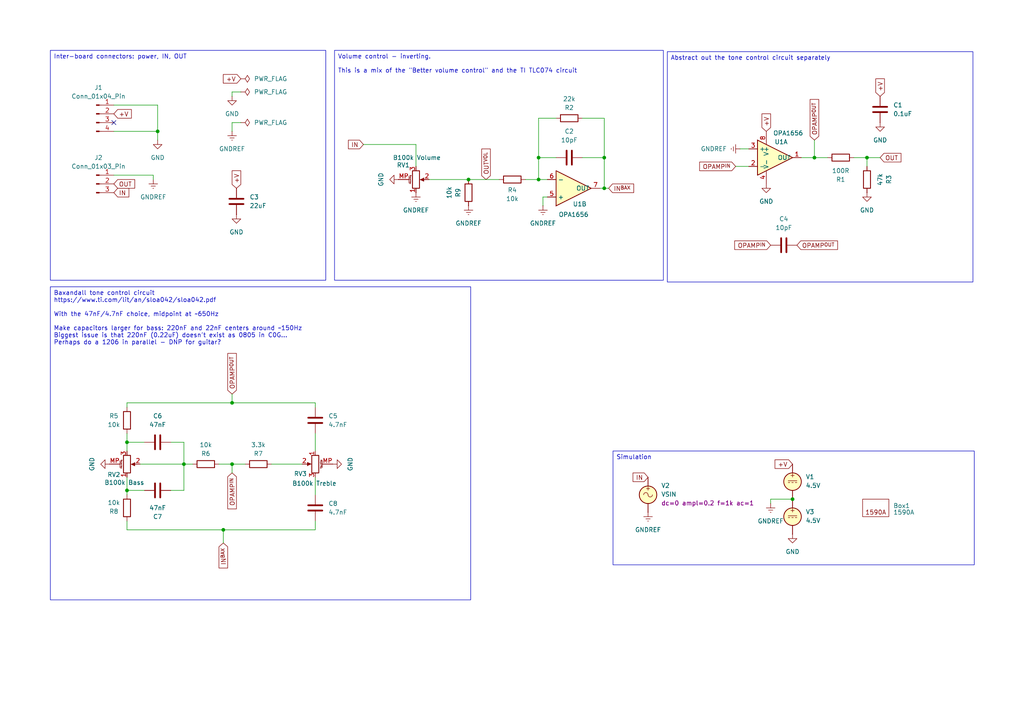
<source format=kicad_sch>
(kicad_sch (version 20250114) (generator "eeschema") (generator_version "9.0")
  (paper "A4")
  (title_block (title "Boost with tone and volume") (date "2025-03-18") (rev "v2.0"))
  (lib_symbols
    (symbol "Connector:Conn_01x03_Pin" (pin_names (offset 1.016) (hide yes))
      (property "Reference" "J" (at 0 5.08 0))
      (property "Value" "Conn_01x03_Pin" (at 0 -5.08 0))
      (symbol "Conn_01x03_Pin_1_1"
        (rectangle (start 0.8636 2.667) (end 0 2.413) (stroke (width 0.1524)) (fill (type outline)))
        (rectangle (start 0.8636 0.127) (end 0 -0.127) (stroke (width 0.1524)) (fill (type outline)))
        (rectangle (start 0.8636 -2.413) (end 0 -2.667) (stroke (width 0.1524)) (fill (type outline)))
        (polyline (pts (xy 1.27 2.54) (xy 0.8636 2.54)) (stroke (width 0.1524)))
        (polyline (pts (xy 1.27 0) (xy 0.8636 0)) (stroke (width 0.1524)))
        (polyline (pts (xy 1.27 -2.54) (xy 0.8636 -2.54)) (stroke (width 0.1524)))
        (pin passive line (at 5.08 2.54 180) (length 3.81) (name "Pin_1") (number "1"))
        (pin passive line (at 5.08 0 180) (length 3.81) (name "Pin_2") (number "2"))
        (pin passive line (at 5.08 -2.54 180) (length 3.81) (name "Pin_3") (number "3"))
      )
    )
    (symbol "Connector:Conn_01x04_Pin" (pin_names (offset 1.016) (hide yes))
      (property "Reference" "J" (at 0 5.08 0))
      (property "Value" "Conn_01x04_Pin" (at 0 -7.62 0))
      (symbol "Conn_01x04_Pin_1_1"
        (rectangle (start 0.8636 2.667) (end 0 2.413) (stroke (width 0.1524)) (fill (type outline)))
        (rectangle (start 0.8636 0.127) (end 0 -0.127) (stroke (width 0.1524)) (fill (type outline)))
        (rectangle (start 0.8636 -2.413) (end 0 -2.667) (stroke (width 0.1524)) (fill (type outline)))
        (rectangle (start 0.8636 -4.953) (end 0 -5.207) (stroke (width 0.1524)) (fill (type outline)))
        (polyline (pts (xy 1.27 2.54) (xy 0.8636 2.54)) (stroke (width 0.1524)))
        (polyline (pts (xy 1.27 0) (xy 0.8636 0)) (stroke (width 0.1524)))
        (polyline (pts (xy 1.27 -2.54) (xy 0.8636 -2.54)) (stroke (width 0.1524)))
        (polyline (pts (xy 1.27 -5.08) (xy 0.8636 -5.08)) (stroke (width 0.1524)))
        (pin passive line (at 5.08 2.54 180) (length 3.81) (name "Pin_1") (number "1"))
        (pin passive line (at 5.08 0 180) (length 3.81) (name "Pin_2") (number "2"))
        (pin passive line (at 5.08 -2.54 180) (length 3.81) (name "Pin_3") (number "3"))
        (pin passive line (at 5.08 -5.08 180) (length 3.81) (name "Pin_4") (number "4"))
      )
    )
    (symbol "Device:C" (pin_numbers (hide yes)) (pin_names (offset 0.254))
      (property "Reference" "C" (at 0.635 2.54 0))
      (property "Value" "C" (at 0.635 -2.54 0))
      (symbol "C_0_1"
        (polyline (pts (xy -2.032 0.762) (xy 2.032 0.762)) (stroke (width 0.508)))
        (polyline (pts (xy -2.032 -0.762) (xy 2.032 -0.762)) (stroke (width 0.508)))
      )
      (symbol "C_1_1"
        (pin passive line (at 0 3.81 270) (length 2.794) (name "~") (number "1"))
        (pin passive line (at 0 -3.81 90) (length 2.794) (name "~") (number "2"))
      )
    )
    (symbol "Device:R" (pin_numbers (hide yes)) (pin_names (offset 0))
      (property "Reference" "R" (at 2.032 0 90))
      (property "Value" "R" (at 0 0 90))
      (symbol "R_0_1"
        (rectangle (start -1.016 -2.54) (end 1.016 2.54) (stroke (width 0.254)))
      )
      (symbol "R_1_1"
        (pin passive line (at 0 3.81 270) (length 1.27) (name "~") (number "1"))
        (pin passive line (at 0 -3.81 90) (length 1.27) (name "~") (number "2"))
      )
    )
    (symbol "Device:R_Potentiometer_MountingPin" (pin_names (offset 1.016) (hide yes))
      (property "Reference" "RV" (at -8.255 0 90))
      (property "Value" "R_Potentiometer_MountingPin" (at -6.35 0 90))
      (symbol "R_Potentiometer_MountingPin_0_1"
        (rectangle (start 1.016 2.54) (end -1.016 -2.54) (stroke (width 0.254)))
        (polyline (pts (xy 1.143 0) (xy 2.286 0.508) (xy 2.286 -0.508)) (fill (type outline)))
        (polyline (pts (xy 2.54 0) (xy 1.524 0)))
      )
      (symbol "R_Potentiometer_MountingPin_1_1"
        (polyline (pts (xy -2.032 1.016) (xy -2.032 -1.016)) (stroke (width 0.1524)))
        (text "Mounting" (at -1.651 0 900) (effects (font (size 0.381 0.381))))
        (pin passive line (at -5.08 0 0) (length 3.048) (name "MountPin") (number "MP"))
        (pin passive line (at 0 3.81 270) (length 1.27) (name "1") (number "1"))
        (pin passive line (at 0 -3.81 90) (length 1.27) (name "3") (number "3"))
        (pin passive line (at 3.81 0 180) (length 1.27) (name "2") (number "2"))
      )
    )
    (symbol "Mylib:Enclosure_1590A" (exclude_from_sim yes)
      (property "Reference" "Box" (at 0 0 0))
      (symbol "Enclosure_1590A_0_1"
        (rectangle (start -3.81 1.27) (end 3.81 -3.81))
      )
      (symbol "Enclosure_1590A_1_1"
        (text "1590A" (at 0 -2.54 0) (effects (font (size 1.27 1.27))))
      )
    )
    (symbol "Mylib:OPA1656"
      (property "Reference" "U" (at 8.89 5.08 0))
      (property "Value" "OPA1656" (at 2.54 11.43 0))
      (symbol "OPA1656_0_1"
        (polyline (pts (xy -2.54 5.08) (xy 7.62 0) (xy -2.54 -5.08) (xy -2.54 5.08)) (stroke (width 0.254)) (fill (type background)))
      )
      (symbol "OPA1656_1_1"
        (pin input line (at -5.08 2.54 0) (length 2.54) (name "+") (number "3"))
        (pin input line (at -5.08 -2.54 0) (length 2.54) (name "-") (number "2"))
        (pin power_in line (at 0 7.62 270) (length 3.81) (name "V+") (number "8"))
        (pin power_in line (at 0 -7.62 90) (length 3.81) (name "V-") (number "4"))
        (pin output line (at 10.16 0 180) (length 2.54) (name "OUT") (number "1"))
      )
      (symbol "OPA1656_2_1"
        (pin input line (at -5.08 2.54 0) (length 2.54) (name "+") (number "5"))
        (pin input line (at -5.08 -2.54 0) (length 2.54) (name "-") (number "6"))
        (pin output line (at 10.16 0 180) (length 2.54) (name "OUT") (number "7"))
      )
    )
    (symbol "Simulation_SPICE:VDC" (pin_numbers (hide yes)) (pin_names (offset 0.0254))
      (property "Reference" "V" (at 2.54 2.54 0))
      (property "Value" "1" (at 2.54 0 0))
      (symbol "VDC_0_0"
        (polyline (pts (xy -1.27 0.254) (xy 1.27 0.254)))
        (polyline (pts (xy -0.762 -0.254) (xy -1.27 -0.254)))
        (polyline (pts (xy 0.254 -0.254) (xy -0.254 -0.254)))
        (polyline (pts (xy 1.27 -0.254) (xy 0.762 -0.254)))
        (text "+" (at 0 1.905 0) (effects (font (size 1.27 1.27))))
      )
      (symbol "VDC_0_1"
        (circle (center 0 0) (radius 2.54) (stroke (width 0.254)) (fill (type background)))
      )
      (symbol "VDC_1_1"
        (pin passive line (at 0 5.08 270) (length 2.54) (name "~") (number "1"))
        (pin passive line (at 0 -5.08 90) (length 2.54) (name "~") (number "2"))
      )
    )
    (symbol "Simulation_SPICE:VSIN" (pin_numbers (hide yes)) (pin_names (offset 0.0254))
      (property "Reference" "V" (at 2.54 2.54 0))
      (property "Value" "VSIN" (at 2.54 0 0))
      (property "Sim.Params" "dc=0 ampl=1 f=1k ac=1" (at 2.54 -2.54 0))
      (symbol "VSIN_0_0"
        (arc (start -1.27 0) (mid -0.635 0.6323) (end 0 0))
        (arc (start 1.27 0) (mid 0.635 -0.6323) (end 0 0))
        (text "+" (at 0 1.905 0) (effects (font (size 1.27 1.27))))
      )
      (symbol "VSIN_0_1"
        (circle (center 0 0) (radius 2.54) (stroke (width 0.254)) (fill (type background)))
      )
      (symbol "VSIN_1_1"
        (pin passive line (at 0 5.08 270) (length 2.54) (name "~") (number "1"))
        (pin passive line (at 0 -5.08 90) (length 2.54) (name "~") (number "2"))
      )
    )
    (symbol "power:GND" (power) (pin_numbers (hide yes)) (pin_names (offset 0) (hide yes))
      (property "Value" "GND" (at 0 -3.81 0))
      (symbol "GND_0_1"
        (polyline (pts (xy 0 0) (xy 0 -1.27) (xy 1.27 -1.27) (xy 0 -2.54) (xy -1.27 -1.27) (xy 0 -1.27)))
      )
      (symbol "GND_1_1"
        (pin power_in line (at 0 0 270) (length 0) (name "~") (number "1"))
      )
    )
    (symbol "power:GNDREF" (power) (pin_numbers (hide yes)) (pin_names (offset 0) (hide yes))
      (property "Value" "GNDREF" (at 0 -3.81 0))
      (symbol "GNDREF_0_1"
        (polyline (pts (xy -0.635 -1.905) (xy 0.635 -1.905)))
        (polyline (pts (xy -0.127 -2.54) (xy 0.127 -2.54)))
        (polyline (pts (xy 0 -1.27) (xy 0 0)))
        (polyline (pts (xy 1.27 -1.27) (xy -1.27 -1.27)))
      )
      (symbol "GNDREF_1_1"
        (pin power_in line (at 0 0 270) (length 0) (name "~") (number "1"))
      )
    )
    (symbol "power:PWR_FLAG" (power) (pin_numbers (hide yes)) (pin_names (offset 0) (hide yes))
      (property "Value" "PWR_FLAG" (at 0 3.81 0))
      (symbol "PWR_FLAG_0_0"
        (pin power_out line (at 0 0 90) (length 0) (name "~") (number "1"))
      )
      (symbol "PWR_FLAG_0_1"
        (polyline (pts (xy 0 0) (xy 0 1.27) (xy -1.016 1.905) (xy 0 2.54) (xy 1.016 1.905) (xy 0 1.27)))
      )
    )
  )
  (text_box "Baxandall tone control circuit\nhttps://www.ti.com/lit/an/sloa042/sloa042.pdf\n\nWith the 47nF/4.7nF choice, midpoint at ~650Hz\n\nMake capacitors larger for bass: 220nF and 22nF centers around ~150Hz\nBiggest issue is that 220nF (0.22uF) doesn't exist as 0805 in C0G...\nPerhaps do a 1206 in parallel - DNP for guitar?" (at 14.605 83.185 0) (size 121.92 90.805) (margins 0.9525 0.9525 0.9525 0.9525) (effects (font (size 1.27 1.27)) (justify left top)))
  (text_box "Abstract out the tone control circuit separately" (at 193.548 14.986 0) (size 88.646 66.802) (margins 0.9525 0.9525 0.9525 0.9525) (effects (font (size 1.27 1.27)) (justify left top)))
  (text_box "Simulation" (at 177.8 130.81 0) (size 104.775 33.02) (margins 0.9525 0.9525 0.9525 0.9525) (effects (font (size 1.27 1.27)) (justify left top)))
  (text_box "Inter-board connectors: power, IN, OUT" (at 14.605 14.605 0) (size 79.883 66.675) (margins 0.9525 0.9525 0.9525 0.9525) (effects (font (size 1.27 1.27)) (justify left top)))
  (text_box "Volume control - inverting. \n\nThis is a mix of the \"Better volume control\" and the TI TLC074 circuit" (at 97.028 14.605 0) (size 95.377 66.675) (margins 0.9525 0.9525 0.9525 0.9525) (effects (font (size 1.27 1.27)) (justify left top)))
  (junction (at 135.89 52.07))
  (junction (at 36.83 142.24))
  (junction (at 229.87 144.78))
  (junction (at 67.31 134.62))
  (junction (at 36.83 128.27))
  (junction (at 156.21 45.72))
  (junction (at 67.31 116.84))
  (junction (at 236.22 45.72))
  (junction (at 175.26 54.61))
  (junction (at 251.46 45.72))
  (junction (at 175.26 45.72))
  (junction (at 156.21 52.07))
  (junction (at 64.77 153.67))
  (junction (at 45.72 38.1))
  (junction (at 53.34 134.62))
  (no_connect (at 33.02 35.56))
  (wire (pts (xy 49.53 128.27) (xy 53.34 128.27)))
  (wire (pts (xy 67.31 116.84) (xy 91.44 116.84)))
  (wire (pts (xy 67.31 134.62) (xy 71.12 134.62)))
  (wire (pts (xy 251.46 45.72) (xy 251.46 48.26)))
  (wire (pts (xy 67.31 35.56) (xy 67.31 38.1)))
  (wire (pts (xy 168.91 45.72) (xy 175.26 45.72)))
  (wire (pts (xy 124.46 52.07) (xy 135.89 52.07)))
  (wire (pts (xy 53.34 134.62) (xy 55.88 134.62)))
  (wire (pts (xy 232.41 45.72) (xy 236.22 45.72)))
  (wire (pts (xy 251.46 45.72) (xy 255.27 45.72)))
  (wire (pts (xy 223.52 144.78) (xy 223.52 146.05)))
  (wire (pts (xy 91.44 153.67) (xy 64.77 153.67)))
  (wire (pts (xy 157.48 57.15) (xy 157.48 59.69)))
  (wire (pts (xy 36.83 142.24) (xy 41.91 142.24)))
  (wire (pts (xy 36.83 116.84) (xy 36.83 118.11)))
  (wire (pts (xy 152.4 52.07) (xy 156.21 52.07)))
  (wire (pts (xy 67.31 114.3) (xy 67.31 116.84)))
  (wire (pts (xy 67.31 137.16) (xy 67.31 134.62)))
  (wire (pts (xy 135.89 52.07) (xy 144.78 52.07)))
  (wire (pts (xy 64.77 153.67) (xy 64.77 157.48)))
  (wire (pts (xy 64.77 153.67) (xy 36.83 153.67)))
  (wire (pts (xy 156.21 45.72) (xy 156.21 52.07)))
  (wire (pts (xy 53.34 142.24) (xy 53.34 134.62)))
  (wire (pts (xy 247.65 45.72) (xy 251.46 45.72)))
  (wire (pts (xy 36.83 138.43) (xy 36.83 142.24)))
  (wire (pts (xy 36.83 128.27) (xy 41.91 128.27)))
  (wire (pts (xy 63.5 134.62) (xy 67.31 134.62)))
  (wire (pts (xy 91.44 151.13) (xy 91.44 153.67)))
  (wire (pts (xy 229.87 144.78) (xy 223.52 144.78)))
  (wire (pts (xy 78.74 134.62) (xy 87.63 134.62)))
  (wire (pts (xy 45.72 30.48) (xy 45.72 38.1)))
  (wire (pts (xy 213.36 48.26) (xy 217.17 48.26)))
  (wire (pts (xy 91.44 116.84) (xy 91.44 118.11)))
  (wire (pts (xy 36.83 125.73) (xy 36.83 128.27)))
  (wire (pts (xy 161.29 34.29) (xy 156.21 34.29)))
  (wire (pts (xy 173.99 54.61) (xy 175.26 54.61)))
  (wire (pts (xy 33.02 30.48) (xy 45.72 30.48)))
  (wire (pts (xy 105.41 41.91) (xy 120.65 41.91)))
  (wire (pts (xy 40.64 134.62) (xy 53.34 134.62)))
  (wire (pts (xy 161.29 45.72) (xy 156.21 45.72)))
  (wire (pts (xy 36.83 151.13) (xy 36.83 153.67)))
  (wire (pts (xy 236.22 45.72) (xy 236.22 40.64)))
  (wire (pts (xy 44.45 50.8) (xy 44.45 52.07)))
  (wire (pts (xy 33.02 50.8) (xy 44.45 50.8)))
  (wire (pts (xy 175.26 54.61) (xy 176.53 54.61)))
  (wire (pts (xy 33.02 38.1) (xy 45.72 38.1)))
  (wire (pts (xy 91.44 125.73) (xy 91.44 130.81)))
  (wire (pts (xy 156.21 52.07) (xy 158.75 52.07)))
  (wire (pts (xy 36.83 142.24) (xy 36.83 143.51)))
  (wire (pts (xy 36.83 128.27) (xy 36.83 130.81)))
  (wire (pts (xy 69.85 26.67) (xy 67.31 26.67)))
  (wire (pts (xy 156.21 34.29) (xy 156.21 45.72)))
  (wire (pts (xy 67.31 26.67) (xy 67.31 27.94)))
  (wire (pts (xy 120.65 41.91) (xy 120.65 48.26)))
  (wire (pts (xy 175.26 34.29) (xy 175.26 45.72)))
  (wire (pts (xy 45.72 38.1) (xy 45.72 40.64)))
  (wire (pts (xy 175.26 45.72) (xy 175.26 54.61)))
  (wire (pts (xy 157.48 57.15) (xy 158.75 57.15)))
  (wire (pts (xy 236.22 45.72) (xy 240.03 45.72)))
  (wire (pts (xy 91.44 138.43) (xy 91.44 143.51)))
  (wire (pts (xy 53.34 128.27) (xy 53.34 134.62)))
  (wire (pts (xy 168.91 34.29) (xy 175.26 34.29)))
  (wire (pts (xy 49.53 142.24) (xy 53.34 142.24)))
  (wire (pts (xy 214.63 43.18) (xy 217.17 43.18)))
  (wire (pts (xy 36.83 116.84) (xy 67.31 116.84)))
  (wire (pts (xy 69.85 35.56) (xy 67.31 35.56)))
  (global_label "OPAMP^{IN}" (shape input) (at 67.31 137.16 270) (property "Intersheetrefs" "${INTERSHEET_REFS}" (effects (hide yes))))
  (global_label "+V" (shape input) (at 255.27 27.94 90) (property "Intersheetrefs" "${INTERSHEET_REFS}" (effects (hide yes))))
  (global_label "OPAMP^{OUT}" (shape input) (at 236.22 40.64 90) (property "Intersheetrefs" "${INTERSHEET_REFS}" (effects (hide yes))))
  (global_label "+V" (shape input) (at 68.58 54.61 90) (property "Intersheetrefs" "${INTERSHEET_REFS}" (effects (hide yes))))
  (global_label "IN^{BAX}" (shape input) (at 176.53 54.61 0) (property "Intersheetrefs" "${INTERSHEET_REFS}" (effects (hide yes))))
  (global_label "+V" (shape input) (at 229.87 134.62 180) (property "Intersheetrefs" "${INTERSHEET_REFS}" (effects (hide yes))))
  (global_label "IN^{BAX}" (shape input) (at 64.77 157.48 270) (property "Intersheetrefs" "${INTERSHEET_REFS}" (effects (hide yes))))
  (global_label "OUT" (shape input) (at 255.27 45.72 0) (property "Intersheetrefs" "${INTERSHEET_REFS}" (effects (hide yes))))
  (global_label "OPAMP^{OUT}" (shape input) (at 67.31 114.3 90) (property "Intersheetrefs" "${INTERSHEET_REFS}" (effects (hide yes))))
  (global_label "OUT^{VOL}" (shape input) (at 140.97 52.07 90) (property "Intersheetrefs" "${INTERSHEET_REFS}" (effects (hide yes))))
  (global_label "IN" (shape input) (at 187.96 138.43 180) (property "Intersheetrefs" "${INTERSHEET_REFS}" (effects (hide yes))))
  (global_label "IN" (shape input) (at 33.02 55.88 0) (property "Intersheetrefs" "${INTERSHEET_REFS}" (effects (hide yes))))
  (global_label "+V" (shape input) (at 222.25 38.1 90) (property "Intersheetrefs" "${INTERSHEET_REFS}" (effects (hide yes))))
  (global_label "OUT" (shape input) (at 33.02 53.34 0) (property "Intersheetrefs" "${INTERSHEET_REFS}" (effects (hide yes))))
  (global_label "OPAMP^{IN}" (shape input) (at 213.36 48.26 180) (property "Intersheetrefs" "${INTERSHEET_REFS}" (effects (hide yes))))
  (global_label "OPAMP^{IN}" (shape input) (at 223.52 71.12 180) (property "Intersheetrefs" "${INTERSHEET_REFS}" (effects (hide yes))))
  (global_label "IN" (shape input) (at 105.41 41.91 180) (property "Intersheetrefs" "${INTERSHEET_REFS}" (effects (hide yes))))
  (global_label "+V" (shape input) (at 33.02 33.02 0) (property "Intersheetrefs" "${INTERSHEET_REFS}" (effects (hide yes))))
  (global_label "+V" (shape input) (at 69.85 22.86 180) (property "Intersheetrefs" "${INTERSHEET_REFS}" (effects (hide yes))))
  (global_label "OPAMP^{OUT}" (shape input) (at 231.14 71.12 0) (property "Intersheetrefs" "${INTERSHEET_REFS}" (effects (hide yes))))
  (symbol (lib_id "Device:C") (at 68.58 58.42 0) (unit 1)
    (property "Reference" "C3" (at 72.39 57.1499 0) (effects (justify left)))
    (property "Value" "22uF" (at 72.39 59.6899 0) (effects (justify left)))
    (property "Footprint" "Capacitor_SMD:C_1206_3216Metric_Pad1.33x1.80mm_HandSolder" (effects (hide yes)))
    (property "Description" "Unpolarized capacitor" (effects (hide yes)))
  )
  (symbol (lib_id "Mylib:OPA1656") (at 163.83 54.61 0) (mirror x) (unit 2)
    (property "Reference" "U1" (at 168.148 59.182 0))
    (property "Value" "OPA1656" (at 166.37 62.23 0))
    (property "Footprint" "Package_SO:SOIC-8_3.9x4.9mm_P1.27mm" (effects (hide yes)))
    (property "Datasheet" "https://ti.com/lit/ds/symlink/opa1655.pdf" (effects (hide yes)))
    (property "Description" "Dual audio op-amp" (effects (hide yes)))
    (property "Sim.Library" "${KIPRJMOD}/../../symbols/dual1656.lib" (effects (hide yes)))
    (property "Sim.Name" "DUAL1656" (effects (hide yes)))
    (property "Sim.Device" "SUBCKT" (effects (hide yes)))
    (property "Sim.Pins" "1=OUTA 2=INA- 3=INA+ 4=V- 5=INB+ 6=INB- 7=OUTB 8=V+" (effects (hide yes)))
  )
  (symbol (lib_id "Device:R") (at 74.93 134.62 270) (mirror x) (unit 1)
    (property "Reference" "R7" (at 74.93 131.572 90))
    (property "Value" "3.3k" (at 74.93 129.032 90))
    (property "Footprint" "Resistor_SMD:R_0805_2012Metric_Pad1.20x1.40mm_HandSolder" (effects (hide yes)))
    (property "Description" "Resistor" (effects (hide yes)))
  )
  (symbol (lib_id "Device:R") (at 135.89 55.88 180) (unit 1)
    (property "Reference" "R9" (at 132.842 55.88 90))
    (property "Value" "10k" (at 130.302 55.88 90))
    (property "Footprint" "Resistor_SMD:R_0805_2012Metric_Pad1.20x1.40mm_HandSolder" (effects (hide yes)))
    (property "Description" "Resistor" (effects (hide yes)))
  )
  (symbol (lib_id "Simulation_SPICE:VDC") (at 229.87 149.86 0) (unit 1) (on_board no)
    (property "Reference" "V3" (at 233.68 148.4601 0) (effects (justify left)))
    (property "Value" "4.5V" (at 233.68 151.0001 0) (effects (justify left)))
    (property "Datasheet" "https://ngspice.sourceforge.io/docs/ngspice-html-manual/manual.xhtml#sec_Independent_Sources_for" (effects (hide yes)))
    (property "Description" "Voltage source, DC" (effects (hide yes)))
    (property "Sim.Pins" "1=+ 2=-" (effects (hide yes)))
    (property "Sim.Type" "DC" (effects (hide yes)))
    (property "Sim.Device" "V" (effects (hide yes)))
  )
  (symbol (lib_id "power:GNDREF") (at 120.65 55.88 0) (unit 1)
    (property "Reference" "#PWR011" (effects (hide yes)))
    (property "Value" "GNDREF" (at 120.65 60.96 0))
    (property "Description" "Power symbol creates a global label with name \"GNDREF\" , reference supply ground" (effects (hide yes)))
  )
  (symbol (lib_id "power:GND") (at 222.25 53.34 0) (unit 1)
    (property "Reference" "#PWR08" (effects (hide yes)))
    (property "Value" "GND" (at 222.25 58.42 0))
    (property "Description" "Power symbol creates a global label with name \"GND\" , ground" (effects (hide yes)))
  )
  (symbol (lib_id "power:GND") (at 229.87 154.94 0) (unit 1)
    (property "Reference" "#PWR017" (effects (hide yes)))
    (property "Value" "GND" (at 229.87 160.02 0))
    (property "Description" "Power symbol creates a global label with name \"GND\" , ground" (effects (hide yes)))
  )
  (symbol (lib_id "power:GNDREF") (at 187.96 148.59 0) (unit 1)
    (property "Reference" "#PWR016" (effects (hide yes)))
    (property "Value" "GNDREF" (at 187.96 153.67 0))
    (property "Description" "Power symbol creates a global label with name \"GNDREF\" , reference supply ground" (effects (hide yes)))
  )
  (symbol (lib_id "Device:C") (at 91.44 121.92 180) (unit 1)
    (property "Reference" "C5" (at 95.25 120.6499 0) (effects (justify right)))
    (property "Value" "4.7nF" (at 95.25 123.1899 0) (effects (justify right)))
    (property "Footprint" "Capacitor_SMD:C_0805_2012Metric_Pad1.18x1.45mm_HandSolder" (effects (hide yes)))
    (property "Description" "Unpolarized capacitor" (effects (hide yes)))
  )
  (symbol (lib_id "power:GND") (at 31.75 134.62 270) (unit 1)
    (property "Reference" "#PWR013" (effects (hide yes)))
    (property "Value" "GND" (at 26.67 134.62 0))
    (property "Description" "Power symbol creates a global label with name \"GND\" , ground" (effects (hide yes)))
  )
  (symbol (lib_id "power:GND") (at 251.46 55.88 0) (unit 1)
    (property "Reference" "#PWR09" (effects (hide yes)))
    (property "Value" "GND" (at 251.46 60.96 0))
    (property "Description" "Power symbol creates a global label with name \"GND\" , ground" (effects (hide yes)))
  )
  (symbol (lib_id "Mylib:OPA1656") (at 222.25 45.72 0) (unit 1)
    (property "Reference" "U1" (at 226.568 41.148 0))
    (property "Value" "OPA1656" (at 228.6 38.608 0))
    (property "Footprint" "Package_SO:SOIC-8_3.9x4.9mm_P1.27mm" (effects (hide yes)))
    (property "Datasheet" "https://ti.com/lit/ds/symlink/opa1655.pdf" (effects (hide yes)))
    (property "Description" "Dual audio op-amp" (effects (hide yes)))
    (property "Sim.Library" "${KIPRJMOD}/../../symbols/dual1656.lib" (effects (hide yes)))
    (property "Sim.Name" "DUAL1656" (effects (hide yes)))
    (property "Sim.Device" "SUBCKT" (effects (hide yes)))
    (property "Sim.Pins" "1=OUTA 2=INA- 3=INA+ 4=V- 5=INB+ 6=INB- 7=OUTB 8=V+" (effects (hide yes)))
  )
  (symbol (lib_id "Device:R") (at 36.83 121.92 0) (mirror x) (unit 1)
    (property "Reference" "R5" (at 33.02 120.65 0))
    (property "Value" "10k" (at 33.02 123.19 0))
    (property "Footprint" "Resistor_SMD:R_0805_2012Metric_Pad1.20x1.40mm_HandSolder" (effects (hide yes)))
    (property "Description" "Resistor" (effects (hide yes)))
  )
  (symbol (lib_id "power:GNDREF") (at 223.52 146.05 0) (unit 1)
    (property "Reference" "#PWR015" (effects (hide yes)))
    (property "Value" "GNDREF" (at 223.52 151.13 0))
    (property "Description" "Power symbol creates a global label with name \"GNDREF\" , reference supply ground" (effects (hide yes)))
  )
  (symbol (lib_id "Device:R") (at 59.69 134.62 270) (mirror x) (unit 1)
    (property "Reference" "R6" (at 59.69 131.572 90))
    (property "Value" "10k" (at 59.69 129.032 90))
    (property "Footprint" "Resistor_SMD:R_0805_2012Metric_Pad1.20x1.40mm_HandSolder" (effects (hide yes)))
    (property "Description" "Resistor" (effects (hide yes)))
  )
  (symbol (lib_id "Device:C") (at 45.72 142.24 90) (mirror x) (unit 1)
    (property "Reference" "C7" (at 45.72 149.86 90))
    (property "Value" "47nF" (at 45.72 147.32 90))
    (property "Footprint" "Capacitor_SMD:C_0805_2012Metric_Pad1.18x1.45mm_HandSolder" (effects (hide yes)))
    (property "Description" "Unpolarized capacitor" (effects (hide yes)))
  )
  (symbol (lib_id "Connector:Conn_01x03_Pin") (at 27.94 53.34 0) (unit 1) (exclude_from_sim yes)
    (property "Reference" "J2" (at 28.575 45.72 0))
    (property "Value" "Conn_01x03_Pin" (at 28.575 48.26 0))
    (property "Footprint" "Connector_PinHeader_2.54mm:PinHeader_1x03_P2.54mm_Vertical" (effects (hide yes)))
    (property "Description" "Generic connector, single row, 01x03, script generated" (effects (hide yes)))
  )
  (symbol (lib_id "power:PWR_FLAG") (at 69.85 26.67 270) (unit 1)
    (property "Reference" "#FLG02" (effects (hide yes)))
    (property "Value" "PWR_FLAG" (at 73.66 26.6701 90) (effects (justify left)))
    (property "Description" "Special symbol for telling ERC where power comes from" (effects (hide yes)))
  )
  (symbol (lib_id "power:GNDREF") (at 135.89 59.69 0) (unit 1)
    (property "Reference" "#PWR018" (effects (hide yes)))
    (property "Value" "GNDREF" (at 135.89 64.77 0))
    (property "Description" "Power symbol creates a global label with name \"GNDREF\" , reference supply ground" (effects (hide yes)))
  )
  (symbol (lib_id "power:GND") (at 68.58 62.23 0) (unit 1)
    (property "Reference" "#PWR05" (effects (hide yes)))
    (property "Value" "GND" (at 68.58 67.31 0))
    (property "Description" "Power symbol creates a global label with name \"GND\" , ground" (effects (hide yes)))
  )
  (symbol (lib_id "Device:R") (at 36.83 147.32 180) (unit 1)
    (property "Reference" "R8" (at 33.02 148.336 0))
    (property "Value" "10k" (at 33.02 145.796 0))
    (property "Footprint" "Resistor_SMD:R_0805_2012Metric_Pad1.20x1.40mm_HandSolder" (effects (hide yes)))
    (property "Description" "Resistor" (effects (hide yes)))
  )
  (symbol (lib_id "power:GND") (at 115.57 52.07 270) (mirror x) (unit 1)
    (property "Reference" "#PWR010" (effects (hide yes)))
    (property "Value" "GND" (at 110.49 52.07 0))
    (property "Description" "Power symbol creates a global label with name \"GND\" , ground" (effects (hide yes)))
  )
  (symbol (lib_id "Simulation_SPICE:VSIN") (at 187.96 143.51 0) (unit 1) (on_board no)
    (property "Reference" "V2" (at 191.77 140.8401 0) (effects (justify left)))
    (property "Value" "VSIN" (at 191.77 143.3801 0) (effects (justify left)))
    (property "Datasheet" "https://ngspice.sourceforge.io/docs/ngspice-html-manual/manual.xhtml#sec_Independent_Sources_for" (effects (hide yes)))
    (property "Description" "Voltage source, sinusoidal" (effects (hide yes)))
    (property "Sim.Pins" "1=+ 2=-" (effects (hide yes)))
    (property "Sim.Params" "dc=0 ampl=0.2 f=1k ac=1" (at 191.77 145.9201 0) (effects (justify left)))
    (property "Sim.Type" "SIN" (effects (hide yes)))
    (property "Sim.Device" "V" (effects (hide yes)))
  )
  (symbol (lib_id "power:GND") (at 67.31 27.94 0) (unit 1)
    (property "Reference" "#PWR02" (effects (hide yes)))
    (property "Value" "GND" (at 67.31 33.02 0))
    (property "Description" "Power symbol creates a global label with name \"GND\" , ground" (effects (hide yes)))
  )
  (symbol (lib_id "Device:C") (at 165.1 45.72 270) (unit 1)
    (property "Reference" "C2" (at 165.1 38.1 90))
    (property "Value" "10pF" (at 165.1 40.64 90))
    (property "Footprint" "Capacitor_SMD:C_0805_2012Metric_Pad1.18x1.45mm_HandSolder" (effects (hide yes)))
    (property "Description" "Unpolarized capacitor" (effects (hide yes)))
  )
  (symbol (lib_id "power:PWR_FLAG") (at 69.85 22.86 270) (unit 1)
    (property "Reference" "#FLG01" (effects (hide yes)))
    (property "Value" "PWR_FLAG" (at 73.66 22.8599 90) (effects (justify left)))
    (property "Description" "Special symbol for telling ERC where power comes from" (effects (hide yes)))
  )
  (symbol (lib_id "Device:R_Potentiometer_MountingPin") (at 120.65 52.07 0) (mirror x) (unit 1)
    (property "Reference" "RV1" (at 116.967 47.879 0))
    (property "Value" "B100k Volume" (at 120.904 45.72 0))
    (property "Footprint" "Mylib:Potentiometer_9mm_MP" (effects (hide yes)))
    (property "Description" "Potentiometer with a mounting pin" (effects (hide yes)))
    (property "Sim.Device" "R" (effects (hide yes)))
    (property "Sim.Type" "POT" (effects (hide yes)))
    (property "Sim.Pins" "1=r0 2=wiper 3=r1" (effects (hide yes)))
    (property "Sim.Params" "r=50k pos=0.9" (effects (hide yes)))
  )
  (symbol (lib_id "power:GNDREF") (at 214.63 43.18 270) (unit 1)
    (property "Reference" "#PWR04" (effects (hide yes)))
    (property "Value" "GNDREF" (at 210.82 43.1799 90) (effects (justify right)))
    (property "Description" "Power symbol creates a global label with name \"GNDREF\" , reference supply ground" (effects (hide yes)))
  )
  (symbol (lib_id "Device:C") (at 255.27 31.75 0) (unit 1)
    (property "Reference" "C1" (at 259.08 30.4799 0) (effects (justify left)))
    (property "Value" "0.1uF" (at 259.08 33.0199 0) (effects (justify left)))
    (property "Footprint" "Mylib:C_0704_1810Metric" (effects (hide yes)))
    (property "Description" "Unpolarized capacitor" (effects (hide yes)))
  )
  (symbol (lib_id "Mylib:Enclosure_1590A") (at 254 146.05 0) (unit 1) (exclude_from_sim yes)
    (property "Reference" "Box1" (at 259.08 146.6849 0) (effects (justify left)))
    (property "Value" "1590A" (at 259.08 148.59 0) (effects (justify left)))
    (property "Footprint" "Mylib:1590A" (effects (hide yes)))
  )
  (symbol (lib_id "Device:R") (at 243.84 45.72 270) (unit 1)
    (property "Reference" "R1" (at 243.84 52.07 90))
    (property "Value" "100R" (at 243.84 49.53 90))
    (property "Footprint" "Resistor_SMD:R_0805_2012Metric_Pad1.20x1.40mm_HandSolder" (effects (hide yes)))
    (property "Description" "Resistor" (effects (hide yes)))
  )
  (symbol (lib_id "Simulation_SPICE:VDC") (at 229.87 139.7 0) (unit 1) (on_board no)
    (property "Reference" "V1" (at 233.68 138.3001 0) (effects (justify left)))
    (property "Value" "4.5V" (at 233.68 140.8401 0) (effects (justify left)))
    (property "Datasheet" "https://ngspice.sourceforge.io/docs/ngspice-html-manual/manual.xhtml#sec_Independent_Sources_for" (effects (hide yes)))
    (property "Description" "Voltage source, DC" (effects (hide yes)))
    (property "Sim.Pins" "1=+ 2=-" (effects (hide yes)))
    (property "Sim.Type" "DC" (effects (hide yes)))
    (property "Sim.Device" "V" (effects (hide yes)))
  )
  (symbol (lib_id "power:GNDREF") (at 157.48 59.69 0) (unit 1)
    (property "Reference" "#PWR012" (effects (hide yes)))
    (property "Value" "GNDREF" (at 157.48 64.77 0))
    (property "Description" "Power symbol creates a global label with name \"GNDREF\" , reference supply ground" (effects (hide yes)))
  )
  (symbol (lib_id "power:PWR_FLAG") (at 69.85 35.56 270) (unit 1)
    (property "Reference" "#FLG03" (effects (hide yes)))
    (property "Value" "PWR_FLAG" (at 73.66 35.5599 90) (effects (justify left)))
    (property "Description" "Special symbol for telling ERC where power comes from" (effects (hide yes)))
  )
  (symbol (lib_id "power:GND") (at 96.52 134.62 90) (unit 1)
    (property "Reference" "#PWR014" (effects (hide yes)))
    (property "Value" "GND" (at 101.6 134.62 0))
    (property "Description" "Power symbol creates a global label with name \"GND\" , ground" (effects (hide yes)))
  )
  (symbol (lib_id "power:GNDREF") (at 44.45 52.07 0) (unit 1)
    (property "Reference" "#PWR07" (effects (hide yes)))
    (property "Value" "GNDREF" (at 44.45 57.15 0))
    (property "Description" "Power symbol creates a global label with name \"GNDREF\" , reference supply ground" (effects (hide yes)))
  )
  (symbol (lib_id "Device:R") (at 251.46 52.07 0) (unit 1)
    (property "Reference" "R3" (at 257.81 52.07 90))
    (property "Value" "47k" (at 255.27 52.07 90))
    (property "Footprint" "Resistor_SMD:R_0805_2012Metric_Pad1.20x1.40mm_HandSolder" (effects (hide yes)))
    (property "Description" "Resistor" (effects (hide yes)))
  )
  (symbol (lib_id "Device:R_Potentiometer_MountingPin") (at 36.83 134.62 0) (mirror x) (unit 1)
    (property "Reference" "RV2" (at 33.02 137.668 0))
    (property "Value" "B100k Bass" (at 36.068 139.954 0))
    (property "Footprint" "Mylib:Potentiometer_9mm_MP" (effects (hide yes)))
    (property "Description" "Potentiometer with a mounting pin" (effects (hide yes)))
    (property "Sim.Device" "R" (effects (hide yes)))
    (property "Sim.Type" "POT" (effects (hide yes)))
    (property "Sim.Pins" "1=r0 2=wiper 3=r1" (effects (hide yes)))
    (property "Sim.Params" "r=100k pos=0" (effects (hide yes)))
  )
  (symbol (lib_id "Device:R") (at 165.1 34.29 270) (mirror x) (unit 1)
    (property "Reference" "R2" (at 165.1 31.242 90))
    (property "Value" "22k" (at 165.1 28.702 90))
    (property "Footprint" "Resistor_SMD:R_0805_2012Metric_Pad1.20x1.40mm_HandSolder" (effects (hide yes)))
    (property "Description" "Resistor" (effects (hide yes)))
  )
  (symbol (lib_id "Device:C") (at 227.33 71.12 90) (unit 1)
    (property "Reference" "C4" (at 227.33 63.5 90))
    (property "Value" "10pF" (at 227.33 66.04 90))
    (property "Footprint" "Capacitor_SMD:C_0805_2012Metric_Pad1.18x1.45mm_HandSolder" (effects (hide yes)))
    (property "Description" "Unpolarized capacitor" (effects (hide yes)))
  )
  (symbol (lib_id "Device:R_Potentiometer_MountingPin") (at 91.44 134.62 0) (mirror y) (unit 1)
    (property "Reference" "RV3" (at 87.122 137.414 0))
    (property "Value" "B100k Treble" (at 91.186 140.208 0))
    (property "Footprint" "Mylib:Potentiometer_9mm_MP" (effects (hide yes)))
    (property "Description" "Potentiometer with a mounting pin" (effects (hide yes)))
    (property "Sim.Device" "R" (effects (hide yes)))
    (property "Sim.Type" "POT" (effects (hide yes)))
    (property "Sim.Pins" "1=r0 2=wiper 3=r1" (effects (hide yes)))
    (property "Sim.Params" "r=100k pos=1" (effects (hide yes)))
  )
  (symbol (lib_id "Device:R") (at 148.59 52.07 270) (unit 1)
    (property "Reference" "R4" (at 148.59 55.118 90))
    (property "Value" "10k" (at 148.59 57.658 90))
    (property "Footprint" "Resistor_SMD:R_0805_2012Metric_Pad1.20x1.40mm_HandSolder" (effects (hide yes)))
    (property "Description" "Resistor" (effects (hide yes)))
  )
  (symbol (lib_id "Connector:Conn_01x04_Pin") (at 27.94 33.02 0) (unit 1) (exclude_from_sim yes)
    (property "Reference" "J1" (at 28.575 25.4 0))
    (property "Value" "Conn_01x04_Pin" (at 28.575 27.94 0))
    (property "Footprint" "Connector_PinHeader_2.54mm:PinHeader_1x04_P2.54mm_Vertical" (effects (hide yes)))
    (property "Description" "Generic connector, single row, 01x04, script generated" (effects (hide yes)))
  )
  (symbol (lib_id "power:GND") (at 45.72 40.64 0) (unit 1)
    (property "Reference" "#PWR03" (effects (hide yes)))
    (property "Value" "GND" (at 45.72 45.72 0))
    (property "Description" "Power symbol creates a global label with name \"GND\" , ground" (effects (hide yes)))
  )
  (symbol (lib_id "power:GND") (at 255.27 35.56 0) (unit 1)
    (property "Reference" "#PWR01" (effects (hide yes)))
    (property "Value" "GND" (at 255.27 40.64 0))
    (property "Description" "Power symbol creates a global label with name \"GND\" , ground" (effects (hide yes)))
  )
  (symbol (lib_id "Device:C") (at 45.72 128.27 90) (unit 1)
    (property "Reference" "C6" (at 45.72 120.65 90))
    (property "Value" "47nF" (at 45.72 123.19 90))
    (property "Footprint" "Capacitor_SMD:C_0805_2012Metric_Pad1.18x1.45mm_HandSolder" (effects (hide yes)))
    (property "Description" "Unpolarized capacitor" (effects (hide yes)))
  )
  (symbol (lib_id "Device:C") (at 91.44 147.32 180) (unit 1)
    (property "Reference" "C8" (at 95.25 146.0499 0) (effects (justify right)))
    (property "Value" "4.7nF" (at 95.25 148.5899 0) (effects (justify right)))
    (property "Footprint" "Capacitor_SMD:C_0805_2012Metric_Pad1.18x1.45mm_HandSolder" (effects (hide yes)))
    (property "Description" "Unpolarized capacitor" (effects (hide yes)))
  )
  (symbol (lib_id "power:GNDREF") (at 67.31 38.1 0) (unit 1)
    (property "Reference" "#PWR06" (effects (hide yes)))
    (property "Value" "GNDREF" (at 67.31 43.18 0))
    (property "Description" "Power symbol creates a global label with name \"GNDREF\" , reference supply ground" (effects (hide yes)))
  )
)
</source>
